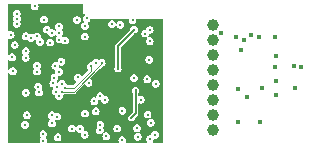
<source format=gbr>
%TF.GenerationSoftware,KiCad,Pcbnew,8.0.7*%
%TF.CreationDate,2025-01-03T20:06:19-08:00*%
%TF.ProjectId,Miniscope-v4-Wire-Free,4d696e69-7363-46f7-9065-2d76342d5769,rev?*%
%TF.SameCoordinates,Original*%
%TF.FileFunction,Copper,L3,Inr*%
%TF.FilePolarity,Positive*%
%FSLAX46Y46*%
G04 Gerber Fmt 4.6, Leading zero omitted, Abs format (unit mm)*
G04 Created by KiCad (PCBNEW 8.0.7) date 2025-01-03 20:06:19*
%MOMM*%
%LPD*%
G01*
G04 APERTURE LIST*
%TA.AperFunction,ComponentPad*%
%ADD10C,1.000000*%
%TD*%
%TA.AperFunction,ViaPad*%
%ADD11C,0.304800*%
%TD*%
%TA.AperFunction,ViaPad*%
%ADD12C,0.400000*%
%TD*%
%TA.AperFunction,ViaPad*%
%ADD13C,0.254000*%
%TD*%
%TA.AperFunction,Conductor*%
%ADD14C,0.152400*%
%TD*%
%TA.AperFunction,Conductor*%
%ADD15C,0.101600*%
%TD*%
G04 APERTURE END LIST*
D10*
%TO.N,+3V3*%
%TO.C,J21*%
X97000000Y-60055000D03*
%TD*%
%TO.N,/I2C_BB_SCL*%
%TO.C,J22*%
X97000000Y-61325000D03*
%TD*%
%TO.N,/IR_REC*%
%TO.C,J24*%
X97000000Y-63865000D03*
%TD*%
%TO.N,/I_LED*%
%TO.C,J25*%
X97000000Y-65135000D03*
%TD*%
%TO.N,+1V8*%
%TO.C,J26*%
X97000000Y-66405000D03*
%TD*%
%TO.N,/nON*%
%TO.C,J27*%
X97000000Y-67675000D03*
%TD*%
%TO.N,/I2C_BB_SDA*%
%TO.C,J23*%
X97000000Y-62595000D03*
%TD*%
%TO.N,GND*%
%TO.C,J12*%
X97000000Y-68945000D03*
%TD*%
D11*
%TO.N,Net-(U1-FB1)*%
X87808100Y-66367500D03*
%TO.N,Net-(U1-FB2)*%
X90857000Y-66367500D03*
%TO.N,Net-(D2-K)*%
X82191800Y-65254200D03*
%TO.N,Net-(U1-SW1)*%
X87945402Y-69462600D03*
%TO.N,Net-(U1-SW2)*%
X90614100Y-69513400D03*
%TO.N,Net-(U6B-VSW)*%
X91615200Y-61410790D03*
%TO.N,Net-(U1-PROG)*%
X87449600Y-68480000D03*
%TO.N,GND*%
X81051000Y-68497400D03*
X83349700Y-68357700D03*
X85474133Y-59612893D03*
X81114500Y-65779600D03*
X92060200Y-69335600D03*
D12*
X99140000Y-68270000D03*
X102200000Y-63590000D03*
D11*
X83957611Y-64010396D03*
D12*
X103820000Y-63550000D03*
X100980000Y-68300000D03*
D11*
X83210000Y-61537800D03*
D12*
X102210000Y-61070000D03*
X99819400Y-66125600D03*
D11*
X81571700Y-61131400D03*
X83556203Y-64504598D03*
X86446800Y-64941400D03*
X83932200Y-66033600D03*
D12*
X99370000Y-62120000D03*
X104410000Y-63580000D03*
D11*
X86131000Y-67544900D03*
X82625800Y-69275800D03*
X85032200Y-68810200D03*
X82090200Y-63476200D03*
X91615200Y-69707000D03*
X83946500Y-60170600D03*
X88417000Y-59963000D03*
X83819600Y-69551500D03*
X81889200Y-58464400D03*
X85722400Y-68835600D03*
X81127200Y-62274400D03*
X89318700Y-67316300D03*
X90282200Y-64535000D03*
X82079700Y-63988900D03*
%TO.N,/SD_DAT2*%
X79844500Y-60890100D03*
%TO.N,/SD_DAT3*%
X80187400Y-61741000D03*
%TO.N,/SD_DAT0*%
X82067000Y-61017100D03*
%TO.N,/SD_CMD*%
X79971500Y-62769700D03*
%TO.N,/SD_CLK*%
X81130607Y-61000993D03*
%TO.N,/SD_DAT1*%
X80352500Y-59937600D03*
%TO.N,/USB_VBUS*%
X86933200Y-66502800D03*
%TO.N,/SWCLK*%
X86154200Y-60123400D03*
%TO.N,/SWDIO*%
X86116600Y-61029800D03*
%TO.N,+1V8*%
X91676198Y-62223610D03*
D12*
X100860800Y-61045600D03*
D11*
X81508200Y-68522800D03*
X81114500Y-63447200D03*
X82706100Y-60017900D03*
X91676174Y-59683600D03*
X84465600Y-66006475D03*
X84160800Y-63595200D03*
X88021597Y-68785053D03*
X82143200Y-62210900D03*
X91145275Y-68904400D03*
D12*
X102350000Y-62640000D03*
D11*
X85664425Y-60683005D03*
X87920000Y-65805000D03*
D13*
X90374400Y-61697800D03*
D11*
%TO.N,/SPI1_MOSI*%
X83451300Y-64966800D03*
%TO.N,/SPI1_MISO*%
X83787717Y-65298375D03*
%TO.N,/SDMMC1_D0*%
X82884880Y-60430360D03*
%TO.N,/SDMMC1_D1*%
X83982160Y-61273640D03*
X82675813Y-59581213D03*
%TO.N,/SDMMC1_D3*%
X80365202Y-59074000D03*
X84454600Y-61359968D03*
%TO.N,/SDMMC1_CMD*%
X80377900Y-59505800D03*
%TO.N,/SDMMC1_CK*%
X82346400Y-61461600D03*
%TO.N,+3V3*%
X83946500Y-60720600D03*
X81216100Y-67684600D03*
D12*
X99133600Y-65490600D03*
D11*
X80035000Y-63950800D03*
X81114500Y-62833200D03*
X91424700Y-64644610D03*
X83792000Y-67802000D03*
X82259295Y-65741708D03*
X83311500Y-60720600D03*
D12*
X98930400Y-61020200D03*
D11*
X83652687Y-65681699D03*
D13*
X90434600Y-65576400D03*
X90079000Y-67913200D03*
D12*
%TO.N,/EWL_1*%
X102300000Y-65990000D03*
%TO.N,/EWL_2*%
X102299996Y-64770000D03*
D11*
%TO.N,/LED_PWM*%
X91245317Y-60771100D03*
%TO.N,VDC*%
X89307600Y-69800400D03*
X82625800Y-69830900D03*
X87043200Y-67349700D03*
%TO.N,/ENT*%
X90290855Y-60437692D03*
D13*
X88936000Y-63747600D03*
D11*
%TO.N,/VDD_PIX*%
X85546000Y-64489600D03*
X83627400Y-63519002D03*
%TO.N,/VDDA*%
X89129800Y-60025800D03*
%TO.N,/RESET_N*%
X84480000Y-65346075D03*
X86614267Y-63531700D03*
%TO.N,/TRIGGER0*%
X84165513Y-65676275D03*
X87550000Y-63250000D03*
%TO.N,/MONITOR0*%
X83330000Y-67690000D03*
%TO.N,/BAT+*%
X86125873Y-69346527D03*
D12*
%TO.N,/IR_REC*%
X101110000Y-65340000D03*
D11*
%TO.N,/XIN32*%
X91628400Y-60466300D03*
%TO.N,/XOUT32*%
X90167400Y-59640800D03*
%TO.N,/VDDCORE*%
X91589800Y-62993600D03*
%TO.N,/nRESET*%
X87437400Y-66084400D03*
%TO.N,/CLK1_OUT*%
X84150000Y-63150000D03*
X87058100Y-63224392D03*
%TO.N,/ADC0*%
X90536200Y-68776800D03*
%TO.N,/PCC_DATA7*%
X84175200Y-65002360D03*
D12*
%TO.N,/I2C_BB_SDA*%
X100238009Y-60867800D03*
%TO.N,/I2C_BB_SCL*%
X99565419Y-61285419D03*
%TO.N,/I_LED*%
X103900000Y-65410000D03*
D11*
X92123196Y-65025600D03*
%TO.N,/UART_RX*%
X91704600Y-68319600D03*
%TO.N,/UART_TX*%
X91441871Y-67629458D03*
%TO.N,/SD_DET*%
X86281200Y-59488402D03*
D12*
%TO.N,/nON*%
X97700000Y-60740000D03*
D11*
%TO.N,/nCHRG*%
X88872000Y-68810200D03*
X87398800Y-68962600D03*
%TD*%
D14*
%TO.N,+3V3*%
X90434600Y-65576400D02*
X90434600Y-67532200D01*
X90434600Y-67532200D02*
X90079000Y-67887800D01*
%TO.N,/ENT*%
X88936000Y-61792547D02*
X88936000Y-63747600D01*
X90290855Y-60437692D02*
X88936000Y-61792547D01*
D15*
%TO.N,/RESET_N*%
X86614267Y-63910333D02*
X85178525Y-65346075D01*
X85178525Y-65346075D02*
X84480000Y-65346075D01*
X86614267Y-63531700D02*
X86614267Y-63910333D01*
%TO.N,/TRIGGER0*%
X84165513Y-65676275D02*
X85176525Y-65676275D01*
X85176525Y-65676275D02*
X87550000Y-63302800D01*
X87550000Y-63302800D02*
X87550000Y-63250000D01*
D14*
%TO.N,/IR_REC*%
X97202810Y-63831800D02*
X97202810Y-63865000D01*
%TD*%
%TA.AperFunction,Conductor*%
%TO.N,+1V8*%
G36*
X81584700Y-58264586D02*
G01*
X81599286Y-58299800D01*
X81592614Y-58324700D01*
X81577467Y-58350934D01*
X81577464Y-58350941D01*
X81557460Y-58464396D01*
X81557460Y-58464403D01*
X81577464Y-58577858D01*
X81577467Y-58577865D01*
X81635070Y-58677635D01*
X81635072Y-58677638D01*
X81723330Y-58751695D01*
X81831594Y-58791100D01*
X81946806Y-58791100D01*
X82055070Y-58751695D01*
X82143328Y-58677638D01*
X82200934Y-58577862D01*
X82200935Y-58577858D01*
X82220940Y-58464403D01*
X82220940Y-58464396D01*
X82200935Y-58350941D01*
X82200932Y-58350934D01*
X82185786Y-58324700D01*
X82180811Y-58286911D01*
X82204014Y-58256672D01*
X82228914Y-58250000D01*
X85950200Y-58250000D01*
X85985414Y-58264586D01*
X86000000Y-58299800D01*
X86000000Y-59000000D01*
X86073996Y-59073996D01*
X86123818Y-59123818D01*
X86138404Y-59159032D01*
X86123818Y-59194246D01*
X86118613Y-59198240D01*
X86118668Y-59198306D01*
X86027070Y-59275166D01*
X85969467Y-59374936D01*
X85969464Y-59374943D01*
X85949460Y-59488398D01*
X85949460Y-59488405D01*
X85969464Y-59601860D01*
X85969467Y-59601867D01*
X86027070Y-59701637D01*
X86027072Y-59701640D01*
X86056522Y-59726351D01*
X86061043Y-59730145D01*
X86078643Y-59763954D01*
X86067181Y-59800305D01*
X86046065Y-59815091D01*
X85988330Y-59836104D01*
X85949713Y-59868508D01*
X85900074Y-59910161D01*
X85900070Y-59910164D01*
X85842467Y-60009934D01*
X85842464Y-60009941D01*
X85822460Y-60123396D01*
X85822460Y-60123403D01*
X85842464Y-60236858D01*
X85842467Y-60236865D01*
X85892906Y-60324226D01*
X85900072Y-60336638D01*
X85988330Y-60410695D01*
X86096594Y-60450100D01*
X86211806Y-60450100D01*
X86320070Y-60410695D01*
X86408328Y-60336638D01*
X86465934Y-60236862D01*
X86468044Y-60224895D01*
X86485940Y-60123403D01*
X86485940Y-60123396D01*
X86465935Y-60009941D01*
X86465932Y-60009934D01*
X86438832Y-59962996D01*
X88085260Y-59962996D01*
X88085260Y-59963003D01*
X88105264Y-60076458D01*
X88105267Y-60076465D01*
X88162870Y-60176235D01*
X88162872Y-60176238D01*
X88251130Y-60250295D01*
X88359394Y-60289700D01*
X88474606Y-60289700D01*
X88582870Y-60250295D01*
X88671128Y-60176238D01*
X88720271Y-60091119D01*
X88750510Y-60067917D01*
X88788299Y-60072892D01*
X88811502Y-60103131D01*
X88812442Y-60107372D01*
X88818064Y-60139258D01*
X88818067Y-60139265D01*
X88874417Y-60236865D01*
X88875672Y-60239038D01*
X88963930Y-60313095D01*
X89072194Y-60352500D01*
X89187406Y-60352500D01*
X89295670Y-60313095D01*
X89383928Y-60239038D01*
X89441534Y-60139262D01*
X89441535Y-60139258D01*
X89461540Y-60025803D01*
X89461540Y-60025796D01*
X89441535Y-59912341D01*
X89441532Y-59912334D01*
X89383929Y-59812564D01*
X89383928Y-59812562D01*
X89295670Y-59738505D01*
X89295669Y-59738504D01*
X89187406Y-59699100D01*
X89072194Y-59699100D01*
X88963930Y-59738504D01*
X88919606Y-59775697D01*
X88876943Y-59811496D01*
X88875670Y-59812564D01*
X88826528Y-59897679D01*
X88796289Y-59920882D01*
X88758500Y-59915907D01*
X88735297Y-59885668D01*
X88734358Y-59881439D01*
X88728734Y-59849538D01*
X88720978Y-59836105D01*
X88671129Y-59749764D01*
X88671128Y-59749762D01*
X88582870Y-59675705D01*
X88582869Y-59675704D01*
X88474606Y-59636300D01*
X88359394Y-59636300D01*
X88251130Y-59675704D01*
X88162870Y-59749764D01*
X88105267Y-59849534D01*
X88105264Y-59849541D01*
X88085260Y-59962996D01*
X86438832Y-59962996D01*
X86408329Y-59910163D01*
X86408327Y-59910161D01*
X86374356Y-59881655D01*
X86356756Y-59847847D01*
X86368219Y-59811496D01*
X86389332Y-59796711D01*
X86447070Y-59775697D01*
X86535328Y-59701640D01*
X86592934Y-59601864D01*
X86603639Y-59541151D01*
X86624118Y-59509006D01*
X86652682Y-59500000D01*
X89801137Y-59500000D01*
X89836351Y-59514586D01*
X89850937Y-59549800D01*
X89850180Y-59558447D01*
X89835660Y-59640796D01*
X89835660Y-59640803D01*
X89855664Y-59754258D01*
X89855667Y-59754265D01*
X89913270Y-59854035D01*
X89913272Y-59854038D01*
X90001530Y-59928095D01*
X90109794Y-59967500D01*
X90225006Y-59967500D01*
X90333270Y-59928095D01*
X90421528Y-59854038D01*
X90479134Y-59754262D01*
X90479927Y-59749764D01*
X90499140Y-59640803D01*
X90499140Y-59640796D01*
X90484620Y-59558447D01*
X90492869Y-59521236D01*
X90525016Y-59500757D01*
X90533663Y-59500000D01*
X92700200Y-59500000D01*
X92735414Y-59514586D01*
X92750000Y-59549800D01*
X92750000Y-69950200D01*
X92735414Y-69985414D01*
X92700200Y-70000000D01*
X91909196Y-70000000D01*
X91873982Y-69985414D01*
X91859396Y-69950200D01*
X91868621Y-69924860D01*
X91867150Y-69924011D01*
X91920906Y-69830903D01*
X91926934Y-69820462D01*
X91926935Y-69820458D01*
X91947615Y-69703174D01*
X91968094Y-69671027D01*
X91998237Y-69664344D01*
X91998237Y-69662300D01*
X92117806Y-69662300D01*
X92226070Y-69622895D01*
X92314328Y-69548838D01*
X92371934Y-69449062D01*
X92371935Y-69449058D01*
X92391940Y-69335603D01*
X92391940Y-69335596D01*
X92371935Y-69222141D01*
X92371932Y-69222134D01*
X92332190Y-69153300D01*
X92314328Y-69122362D01*
X92226070Y-69048305D01*
X92226069Y-69048304D01*
X92117806Y-69008900D01*
X92002594Y-69008900D01*
X91894330Y-69048304D01*
X91806070Y-69122364D01*
X91748467Y-69222134D01*
X91748465Y-69222140D01*
X91727784Y-69339426D01*
X91707305Y-69371572D01*
X91677163Y-69378256D01*
X91677163Y-69380300D01*
X91557594Y-69380300D01*
X91449330Y-69419704D01*
X91398206Y-69462603D01*
X91366705Y-69489036D01*
X91361070Y-69493764D01*
X91303467Y-69593534D01*
X91303464Y-69593541D01*
X91283460Y-69706996D01*
X91283460Y-69707003D01*
X91303464Y-69820458D01*
X91303467Y-69820465D01*
X91363250Y-69924011D01*
X91361504Y-69925019D01*
X91370815Y-69954531D01*
X91353222Y-69988343D01*
X91321204Y-70000000D01*
X89655859Y-70000000D01*
X89620645Y-69985414D01*
X89606059Y-69950200D01*
X89612731Y-69925300D01*
X89619332Y-69913865D01*
X89619334Y-69913862D01*
X89632340Y-69840100D01*
X89639340Y-69800403D01*
X89639340Y-69800396D01*
X89619335Y-69686941D01*
X89619332Y-69686934D01*
X89565407Y-69593534D01*
X89561728Y-69587162D01*
X89473470Y-69513105D01*
X89473469Y-69513104D01*
X89365206Y-69473700D01*
X89249994Y-69473700D01*
X89141730Y-69513104D01*
X89074957Y-69569133D01*
X89055619Y-69585361D01*
X89053470Y-69587164D01*
X88995867Y-69686934D01*
X88995864Y-69686941D01*
X88975860Y-69800396D01*
X88975860Y-69800403D01*
X88995864Y-69913858D01*
X88995867Y-69913865D01*
X89002469Y-69925300D01*
X89007444Y-69963089D01*
X88984241Y-69993328D01*
X88959341Y-70000000D01*
X82987073Y-70000000D01*
X82951859Y-69985414D01*
X82937273Y-69950200D01*
X82938030Y-69941553D01*
X82957540Y-69830903D01*
X82957540Y-69830896D01*
X82937535Y-69717441D01*
X82937532Y-69717434D01*
X82879929Y-69617663D01*
X82879928Y-69617662D01*
X82848747Y-69591498D01*
X82831148Y-69557691D01*
X82833101Y-69551496D01*
X83487860Y-69551496D01*
X83487860Y-69551503D01*
X83507864Y-69664958D01*
X83507867Y-69664965D01*
X83556902Y-69749895D01*
X83565472Y-69764738D01*
X83653730Y-69838795D01*
X83761994Y-69878200D01*
X83877206Y-69878200D01*
X83985470Y-69838795D01*
X84073728Y-69764738D01*
X84131334Y-69664962D01*
X84131443Y-69664344D01*
X84151340Y-69551503D01*
X84151340Y-69551496D01*
X84131335Y-69438041D01*
X84131332Y-69438034D01*
X84080003Y-69349131D01*
X84073728Y-69338262D01*
X83985470Y-69264205D01*
X83985469Y-69264204D01*
X83877206Y-69224800D01*
X83761994Y-69224800D01*
X83653730Y-69264204D01*
X83586957Y-69320233D01*
X83568645Y-69335600D01*
X83565470Y-69338264D01*
X83507867Y-69438034D01*
X83507864Y-69438041D01*
X83487860Y-69551496D01*
X82833101Y-69551496D01*
X82842608Y-69521340D01*
X82848742Y-69515205D01*
X82879928Y-69489038D01*
X82937534Y-69389262D01*
X82937535Y-69389258D01*
X82957540Y-69275803D01*
X82957540Y-69275796D01*
X82937535Y-69162341D01*
X82937532Y-69162334D01*
X82879929Y-69062564D01*
X82879928Y-69062562D01*
X82793497Y-68990038D01*
X82791669Y-68988504D01*
X82683406Y-68949100D01*
X82568194Y-68949100D01*
X82459930Y-68988504D01*
X82371670Y-69062564D01*
X82314067Y-69162334D01*
X82314064Y-69162341D01*
X82294060Y-69275796D01*
X82294060Y-69275803D01*
X82314064Y-69389258D01*
X82314067Y-69389265D01*
X82371670Y-69489035D01*
X82371672Y-69489038D01*
X82400709Y-69513403D01*
X82402852Y-69515201D01*
X82420452Y-69549010D01*
X82408990Y-69585361D01*
X82402852Y-69591499D01*
X82371670Y-69617664D01*
X82314067Y-69717434D01*
X82314064Y-69717441D01*
X82294060Y-69830896D01*
X82294060Y-69830903D01*
X82313570Y-69941553D01*
X82305321Y-69978764D01*
X82273174Y-69999243D01*
X82264527Y-70000000D01*
X79699800Y-70000000D01*
X79664586Y-69985414D01*
X79650000Y-69950200D01*
X79650000Y-68497396D01*
X80719260Y-68497396D01*
X80719260Y-68497403D01*
X80739264Y-68610858D01*
X80739267Y-68610865D01*
X80790722Y-68699986D01*
X80796872Y-68710638D01*
X80885130Y-68784695D01*
X80993394Y-68824100D01*
X81108606Y-68824100D01*
X81146807Y-68810196D01*
X84700460Y-68810196D01*
X84700460Y-68810203D01*
X84720464Y-68923658D01*
X84720467Y-68923665D01*
X84758788Y-68990038D01*
X84778072Y-69023438D01*
X84866330Y-69097495D01*
X84974594Y-69136900D01*
X85089806Y-69136900D01*
X85198070Y-69097495D01*
X85286328Y-69023438D01*
X85326839Y-68953270D01*
X85357078Y-68930068D01*
X85394867Y-68935043D01*
X85413095Y-68953271D01*
X85467964Y-69048305D01*
X85468272Y-69048838D01*
X85531254Y-69101686D01*
X85556530Y-69122895D01*
X85664794Y-69162300D01*
X85768773Y-69162300D01*
X85803987Y-69176886D01*
X85818573Y-69212100D01*
X85815571Y-69229130D01*
X85814137Y-69233068D01*
X85794133Y-69346523D01*
X85794133Y-69346530D01*
X85814137Y-69459985D01*
X85814140Y-69459992D01*
X85871743Y-69559762D01*
X85871745Y-69559765D01*
X85960003Y-69633822D01*
X86068267Y-69673227D01*
X86183479Y-69673227D01*
X86291743Y-69633822D01*
X86380001Y-69559765D01*
X86437607Y-69459989D01*
X86439534Y-69449062D01*
X86457613Y-69346530D01*
X86457613Y-69346523D01*
X86437608Y-69233068D01*
X86437605Y-69233061D01*
X86380002Y-69133291D01*
X86380001Y-69133289D01*
X86291743Y-69059232D01*
X86291742Y-69059231D01*
X86183479Y-69019827D01*
X86079500Y-69019827D01*
X86044286Y-69005241D01*
X86029700Y-68970027D01*
X86031010Y-68962596D01*
X87067060Y-68962596D01*
X87067060Y-68962603D01*
X87087064Y-69076058D01*
X87087067Y-69076065D01*
X87144364Y-69175305D01*
X87144672Y-69175838D01*
X87232930Y-69249895D01*
X87341194Y-69289300D01*
X87456406Y-69289300D01*
X87564670Y-69249895D01*
X87593292Y-69225877D01*
X87629639Y-69214416D01*
X87663449Y-69232015D01*
X87674912Y-69268365D01*
X87668429Y-69288926D01*
X87633670Y-69349131D01*
X87633666Y-69349141D01*
X87613662Y-69462596D01*
X87613662Y-69462603D01*
X87633666Y-69576058D01*
X87633669Y-69576065D01*
X87691272Y-69675835D01*
X87691274Y-69675838D01*
X87779532Y-69749895D01*
X87887796Y-69789300D01*
X88003008Y-69789300D01*
X88111272Y-69749895D01*
X88199530Y-69675838D01*
X88257136Y-69576062D01*
X88260010Y-69559762D01*
X88277142Y-69462603D01*
X88277142Y-69462596D01*
X88257137Y-69349141D01*
X88257134Y-69349134D01*
X88199531Y-69249364D01*
X88199530Y-69249362D01*
X88111272Y-69175305D01*
X88111271Y-69175304D01*
X88003008Y-69135900D01*
X87887796Y-69135900D01*
X87779532Y-69175304D01*
X87750911Y-69199321D01*
X87714560Y-69210783D01*
X87680751Y-69193183D01*
X87669289Y-69156832D01*
X87675772Y-69136272D01*
X87710532Y-69076065D01*
X87710534Y-69076062D01*
X87712914Y-69062564D01*
X87730540Y-68962603D01*
X87730540Y-68962596D01*
X87710535Y-68849141D01*
X87710534Y-68849139D01*
X87710534Y-68849138D01*
X87688051Y-68810196D01*
X88540260Y-68810196D01*
X88540260Y-68810203D01*
X88560264Y-68923658D01*
X88560267Y-68923665D01*
X88598588Y-68990038D01*
X88617872Y-69023438D01*
X88706130Y-69097495D01*
X88814394Y-69136900D01*
X88929606Y-69136900D01*
X89037870Y-69097495D01*
X89126128Y-69023438D01*
X89183734Y-68923662D01*
X89189623Y-68890265D01*
X89203740Y-68810203D01*
X89203740Y-68810196D01*
X89197851Y-68776796D01*
X90204460Y-68776796D01*
X90204460Y-68776803D01*
X90224464Y-68890258D01*
X90224467Y-68890265D01*
X90281186Y-68988504D01*
X90282072Y-68990038D01*
X90368503Y-69062562D01*
X90370330Y-69064095D01*
X90478594Y-69103500D01*
X90502654Y-69103500D01*
X90537868Y-69118086D01*
X90552454Y-69153300D01*
X90537868Y-69188514D01*
X90519686Y-69200097D01*
X90448230Y-69226104D01*
X90359970Y-69300164D01*
X90302367Y-69399934D01*
X90302364Y-69399941D01*
X90282360Y-69513396D01*
X90282360Y-69513403D01*
X90302364Y-69626858D01*
X90302367Y-69626865D01*
X90354658Y-69717434D01*
X90359972Y-69726638D01*
X90448230Y-69800695D01*
X90556494Y-69840100D01*
X90671706Y-69840100D01*
X90779970Y-69800695D01*
X90868228Y-69726638D01*
X90925834Y-69626862D01*
X90925835Y-69626858D01*
X90945840Y-69513403D01*
X90945840Y-69513396D01*
X90925835Y-69399941D01*
X90925832Y-69399934D01*
X90868229Y-69300164D01*
X90868228Y-69300162D01*
X90779970Y-69226105D01*
X90779969Y-69226104D01*
X90671706Y-69186700D01*
X90647646Y-69186700D01*
X90612432Y-69172114D01*
X90597846Y-69136900D01*
X90612432Y-69101686D01*
X90630614Y-69090103D01*
X90640640Y-69086453D01*
X90702070Y-69064095D01*
X90790328Y-68990038D01*
X90847934Y-68890262D01*
X90855185Y-68849141D01*
X90867940Y-68776803D01*
X90867940Y-68776796D01*
X90847935Y-68663341D01*
X90847932Y-68663334D01*
X90807589Y-68593458D01*
X90790328Y-68563562D01*
X90702070Y-68489505D01*
X90702069Y-68489504D01*
X90593806Y-68450100D01*
X90478594Y-68450100D01*
X90370330Y-68489504D01*
X90282070Y-68563564D01*
X90224467Y-68663334D01*
X90224464Y-68663341D01*
X90204460Y-68776796D01*
X89197851Y-68776796D01*
X89183735Y-68696741D01*
X89183732Y-68696734D01*
X89126129Y-68596964D01*
X89126128Y-68596962D01*
X89037870Y-68522905D01*
X89037869Y-68522904D01*
X88929606Y-68483500D01*
X88814394Y-68483500D01*
X88706130Y-68522904D01*
X88617870Y-68596964D01*
X88560267Y-68696734D01*
X88560264Y-68696741D01*
X88540260Y-68810196D01*
X87688051Y-68810196D01*
X87668570Y-68776455D01*
X87663596Y-68738668D01*
X87679688Y-68713408D01*
X87703728Y-68693238D01*
X87761334Y-68593462D01*
X87766606Y-68563562D01*
X87781340Y-68480003D01*
X87781340Y-68479996D01*
X87761335Y-68366541D01*
X87761332Y-68366534D01*
X87703729Y-68266764D01*
X87703728Y-68266762D01*
X87615470Y-68192705D01*
X87615469Y-68192704D01*
X87507206Y-68153300D01*
X87391994Y-68153300D01*
X87283730Y-68192704D01*
X87195470Y-68266764D01*
X87137867Y-68366534D01*
X87137864Y-68366541D01*
X87117860Y-68479996D01*
X87117860Y-68480003D01*
X87137864Y-68593458D01*
X87137867Y-68593465D01*
X87179827Y-68666141D01*
X87184802Y-68703930D01*
X87168711Y-68729189D01*
X87144672Y-68749361D01*
X87144671Y-68749363D01*
X87087067Y-68849134D01*
X87087064Y-68849141D01*
X87067060Y-68962596D01*
X86031010Y-68962596D01*
X86032702Y-68952997D01*
X86034135Y-68949058D01*
X86054140Y-68835603D01*
X86054140Y-68835596D01*
X86034135Y-68722141D01*
X86034132Y-68722134D01*
X85976529Y-68622364D01*
X85976528Y-68622362D01*
X85888270Y-68548305D01*
X85888269Y-68548304D01*
X85780006Y-68508900D01*
X85664794Y-68508900D01*
X85556530Y-68548304D01*
X85468271Y-68622363D01*
X85427760Y-68692529D01*
X85397521Y-68715731D01*
X85359731Y-68710756D01*
X85341504Y-68692528D01*
X85286329Y-68596964D01*
X85286328Y-68596962D01*
X85198070Y-68522905D01*
X85198069Y-68522904D01*
X85089806Y-68483500D01*
X84974594Y-68483500D01*
X84866330Y-68522904D01*
X84778070Y-68596964D01*
X84720467Y-68696734D01*
X84720464Y-68696741D01*
X84700460Y-68810196D01*
X81146807Y-68810196D01*
X81216870Y-68784695D01*
X81305128Y-68710638D01*
X81362734Y-68610862D01*
X81362735Y-68610858D01*
X81382740Y-68497403D01*
X81382740Y-68497396D01*
X81362735Y-68383941D01*
X81362732Y-68383934D01*
X81305129Y-68284164D01*
X81305128Y-68284162D01*
X81216870Y-68210105D01*
X81216869Y-68210104D01*
X81108606Y-68170700D01*
X80993394Y-68170700D01*
X80885130Y-68210104D01*
X80796870Y-68284164D01*
X80739267Y-68383934D01*
X80739264Y-68383941D01*
X80719260Y-68497396D01*
X79650000Y-68497396D01*
X79650000Y-67684596D01*
X80884360Y-67684596D01*
X80884360Y-67684603D01*
X80904364Y-67798058D01*
X80904367Y-67798065D01*
X80946823Y-67871600D01*
X80961972Y-67897838D01*
X81050230Y-67971895D01*
X81158494Y-68011300D01*
X81273706Y-68011300D01*
X81381970Y-67971895D01*
X81470228Y-67897838D01*
X81527834Y-67798062D01*
X81534874Y-67758135D01*
X81546889Y-67689996D01*
X82998260Y-67689996D01*
X82998260Y-67690003D01*
X83018264Y-67803458D01*
X83018267Y-67803465D01*
X83072754Y-67897838D01*
X83075872Y-67903238D01*
X83123378Y-67943100D01*
X83164131Y-67977296D01*
X83174768Y-67981167D01*
X83202870Y-68006916D01*
X83204534Y-68044995D01*
X83186369Y-68066652D01*
X83187168Y-68067604D01*
X83183830Y-68070405D01*
X83114357Y-68128700D01*
X83095570Y-68144464D01*
X83037967Y-68244234D01*
X83037964Y-68244241D01*
X83017960Y-68357696D01*
X83017960Y-68357703D01*
X83037964Y-68471158D01*
X83037967Y-68471165D01*
X83095570Y-68570935D01*
X83095572Y-68570938D01*
X83183830Y-68644995D01*
X83292094Y-68684400D01*
X83407306Y-68684400D01*
X83515570Y-68644995D01*
X83603828Y-68570938D01*
X83661434Y-68471162D01*
X83665148Y-68450100D01*
X83681440Y-68357703D01*
X83681440Y-68357696D01*
X83661435Y-68244241D01*
X83661432Y-68244234D01*
X83625983Y-68182835D01*
X83621008Y-68145046D01*
X83644211Y-68114807D01*
X83682000Y-68109832D01*
X83686136Y-68111135D01*
X83734394Y-68128700D01*
X83734395Y-68128700D01*
X83849606Y-68128700D01*
X83957870Y-68089295D01*
X84046128Y-68015238D01*
X84103734Y-67915462D01*
X84103735Y-67915458D01*
X84104134Y-67913197D01*
X89773052Y-67913197D01*
X89773052Y-67913202D01*
X89791502Y-68017837D01*
X89791504Y-68017843D01*
X89844614Y-68109832D01*
X89844630Y-68109860D01*
X89926026Y-68178159D01*
X90025873Y-68214500D01*
X90132127Y-68214500D01*
X90231974Y-68178159D01*
X90313370Y-68109860D01*
X90366497Y-68017840D01*
X90366957Y-68015235D01*
X90383795Y-67919738D01*
X90397622Y-67893173D01*
X90628821Y-67661975D01*
X90642292Y-67629454D01*
X91110131Y-67629454D01*
X91110131Y-67629461D01*
X91130135Y-67742916D01*
X91130138Y-67742923D01*
X91181680Y-67832195D01*
X91187743Y-67842696D01*
X91261936Y-67904951D01*
X91276001Y-67916753D01*
X91384265Y-67956158D01*
X91492654Y-67956158D01*
X91527868Y-67970744D01*
X91542454Y-68005958D01*
X91527868Y-68041172D01*
X91524665Y-68044107D01*
X91450470Y-68106364D01*
X91392867Y-68206134D01*
X91392864Y-68206141D01*
X91372860Y-68319596D01*
X91372860Y-68319603D01*
X91392864Y-68433058D01*
X91392867Y-68433065D01*
X91444737Y-68522905D01*
X91450472Y-68532838D01*
X91538730Y-68606895D01*
X91646994Y-68646300D01*
X91762206Y-68646300D01*
X91870470Y-68606895D01*
X91958728Y-68532838D01*
X92016334Y-68433062D01*
X92016335Y-68433058D01*
X92036340Y-68319603D01*
X92036340Y-68319596D01*
X92016335Y-68206141D01*
X92016332Y-68206134D01*
X91961485Y-68111138D01*
X91958728Y-68106362D01*
X91870470Y-68032305D01*
X91870469Y-68032304D01*
X91762206Y-67992900D01*
X91653817Y-67992900D01*
X91618603Y-67978314D01*
X91604017Y-67943100D01*
X91618603Y-67907886D01*
X91621806Y-67904951D01*
X91695999Y-67842696D01*
X91753605Y-67742920D01*
X91758256Y-67716542D01*
X91773611Y-67629461D01*
X91773611Y-67629454D01*
X91753606Y-67515999D01*
X91753603Y-67515992D01*
X91703819Y-67429765D01*
X91695999Y-67416220D01*
X91607741Y-67342163D01*
X91607740Y-67342162D01*
X91499477Y-67302758D01*
X91384265Y-67302758D01*
X91276001Y-67342162D01*
X91187741Y-67416222D01*
X91130138Y-67515992D01*
X91130135Y-67515999D01*
X91110131Y-67629454D01*
X90642292Y-67629454D01*
X90663700Y-67577770D01*
X90663700Y-67486630D01*
X90663700Y-66715932D01*
X90678286Y-66680718D01*
X90713500Y-66666132D01*
X90730529Y-66669135D01*
X90762353Y-66680718D01*
X90799393Y-66694200D01*
X90799394Y-66694200D01*
X90914606Y-66694200D01*
X91022870Y-66654795D01*
X91111128Y-66580738D01*
X91168734Y-66480962D01*
X91175060Y-66445087D01*
X91188740Y-66367503D01*
X91188740Y-66367496D01*
X91168735Y-66254041D01*
X91168732Y-66254034D01*
X91111129Y-66154264D01*
X91111128Y-66154262D01*
X91033612Y-66089219D01*
X91022869Y-66080204D01*
X90914606Y-66040800D01*
X90799394Y-66040800D01*
X90730532Y-66065863D01*
X90692453Y-66064200D01*
X90666703Y-66036098D01*
X90663700Y-66019066D01*
X90663700Y-65795532D01*
X90670372Y-65770632D01*
X90721715Y-65681702D01*
X90722097Y-65681040D01*
X90740548Y-65576400D01*
X90740548Y-65576397D01*
X90726593Y-65497260D01*
X90722097Y-65471760D01*
X90720192Y-65468461D01*
X90668971Y-65379742D01*
X90668970Y-65379740D01*
X90587574Y-65311441D01*
X90587573Y-65311440D01*
X90487727Y-65275100D01*
X90381473Y-65275100D01*
X90281626Y-65311440D01*
X90236179Y-65349575D01*
X90204385Y-65376254D01*
X90200228Y-65379742D01*
X90147104Y-65471756D01*
X90147102Y-65471762D01*
X90128652Y-65576397D01*
X90128652Y-65576402D01*
X90147102Y-65681037D01*
X90147104Y-65681043D01*
X90198828Y-65770632D01*
X90205500Y-65795532D01*
X90205500Y-67416675D01*
X90190914Y-67451889D01*
X90041588Y-67601214D01*
X90023407Y-67612797D01*
X89926026Y-67648240D01*
X89844628Y-67716542D01*
X89791504Y-67808556D01*
X89791502Y-67808562D01*
X89773052Y-67913197D01*
X84104134Y-67913197D01*
X84123740Y-67802003D01*
X84123740Y-67801996D01*
X84103735Y-67688541D01*
X84103732Y-67688534D01*
X84046129Y-67588764D01*
X84046128Y-67588762D01*
X83993850Y-67544896D01*
X85799260Y-67544896D01*
X85799260Y-67544903D01*
X85819264Y-67658358D01*
X85819267Y-67658365D01*
X85876870Y-67758135D01*
X85876872Y-67758138D01*
X85965130Y-67832195D01*
X86073394Y-67871600D01*
X86188606Y-67871600D01*
X86296870Y-67832195D01*
X86385128Y-67758138D01*
X86442734Y-67658362D01*
X86447830Y-67629461D01*
X86462740Y-67544903D01*
X86462740Y-67544896D01*
X86442735Y-67431441D01*
X86442732Y-67431434D01*
X86395540Y-67349696D01*
X86711460Y-67349696D01*
X86711460Y-67349703D01*
X86731464Y-67463158D01*
X86731467Y-67463165D01*
X86778659Y-67544903D01*
X86789072Y-67562938D01*
X86877330Y-67636995D01*
X86985594Y-67676400D01*
X87100806Y-67676400D01*
X87209070Y-67636995D01*
X87297328Y-67562938D01*
X87354934Y-67463162D01*
X87359494Y-67437303D01*
X87374940Y-67349703D01*
X87374940Y-67349696D01*
X87369051Y-67316296D01*
X88986960Y-67316296D01*
X88986960Y-67316303D01*
X89006964Y-67429758D01*
X89006967Y-67429765D01*
X89056008Y-67514705D01*
X89064572Y-67529538D01*
X89152830Y-67603595D01*
X89261094Y-67643000D01*
X89376306Y-67643000D01*
X89484570Y-67603595D01*
X89572828Y-67529538D01*
X89630434Y-67429762D01*
X89632742Y-67416675D01*
X89650440Y-67316303D01*
X89650440Y-67316296D01*
X89630435Y-67202841D01*
X89630432Y-67202834D01*
X89572829Y-67103064D01*
X89572828Y-67103062D01*
X89484570Y-67029005D01*
X89484569Y-67029004D01*
X89376306Y-66989600D01*
X89261094Y-66989600D01*
X89152830Y-67029004D01*
X89064570Y-67103064D01*
X89006967Y-67202834D01*
X89006964Y-67202841D01*
X88986960Y-67316296D01*
X87369051Y-67316296D01*
X87354935Y-67236241D01*
X87354932Y-67236234D01*
X87297329Y-67136464D01*
X87297328Y-67136462D01*
X87209070Y-67062405D01*
X87209069Y-67062404D01*
X87100806Y-67023000D01*
X86985594Y-67023000D01*
X86877330Y-67062404D01*
X86789070Y-67136464D01*
X86731467Y-67236234D01*
X86731464Y-67236241D01*
X86711460Y-67349696D01*
X86395540Y-67349696D01*
X86385129Y-67331664D01*
X86385128Y-67331662D01*
X86296870Y-67257605D01*
X86296869Y-67257604D01*
X86188606Y-67218200D01*
X86073394Y-67218200D01*
X85965130Y-67257604D01*
X85876870Y-67331664D01*
X85819267Y-67431434D01*
X85819264Y-67431441D01*
X85799260Y-67544896D01*
X83993850Y-67544896D01*
X83957870Y-67514705D01*
X83957869Y-67514704D01*
X83849606Y-67475300D01*
X83734394Y-67475300D01*
X83648790Y-67506457D01*
X83610711Y-67504794D01*
X83588630Y-67484560D01*
X83584128Y-67476762D01*
X83495870Y-67402705D01*
X83495869Y-67402704D01*
X83387606Y-67363300D01*
X83272394Y-67363300D01*
X83164130Y-67402704D01*
X83097357Y-67458733D01*
X83077615Y-67475300D01*
X83075870Y-67476764D01*
X83018267Y-67576534D01*
X83018264Y-67576541D01*
X82998260Y-67689996D01*
X81546889Y-67689996D01*
X81547840Y-67684603D01*
X81547840Y-67684596D01*
X81527835Y-67571141D01*
X81527832Y-67571134D01*
X81473346Y-67476762D01*
X81470228Y-67471362D01*
X81392712Y-67406319D01*
X81381969Y-67397304D01*
X81273706Y-67357900D01*
X81158494Y-67357900D01*
X81050230Y-67397304D01*
X81009548Y-67431441D01*
X80971745Y-67463162D01*
X80961970Y-67471364D01*
X80904367Y-67571134D01*
X80904364Y-67571141D01*
X80884360Y-67684596D01*
X79650000Y-67684596D01*
X79650000Y-66502796D01*
X86601460Y-66502796D01*
X86601460Y-66502803D01*
X86621464Y-66616258D01*
X86621467Y-66616265D01*
X86679011Y-66715932D01*
X86679072Y-66716038D01*
X86767330Y-66790095D01*
X86875594Y-66829500D01*
X86990806Y-66829500D01*
X87099070Y-66790095D01*
X87187328Y-66716038D01*
X87244934Y-66616262D01*
X87251198Y-66580738D01*
X87264940Y-66502803D01*
X87264940Y-66502797D01*
X87254764Y-66445087D01*
X87263013Y-66407875D01*
X87295159Y-66387396D01*
X87320838Y-66389641D01*
X87379794Y-66411100D01*
X87442261Y-66411100D01*
X87477475Y-66425686D01*
X87491303Y-66452250D01*
X87494988Y-66473149D01*
X87496366Y-66480964D01*
X87496367Y-66480965D01*
X87553970Y-66580735D01*
X87553972Y-66580738D01*
X87642230Y-66654795D01*
X87750494Y-66694200D01*
X87865706Y-66694200D01*
X87973970Y-66654795D01*
X88062228Y-66580738D01*
X88119834Y-66480962D01*
X88126160Y-66445087D01*
X88139840Y-66367503D01*
X88139840Y-66367496D01*
X88119835Y-66254041D01*
X88119832Y-66254034D01*
X88062229Y-66154264D01*
X88062228Y-66154262D01*
X87984712Y-66089219D01*
X87973969Y-66080204D01*
X87865706Y-66040800D01*
X87803239Y-66040800D01*
X87768025Y-66026214D01*
X87754196Y-65999649D01*
X87749134Y-65970938D01*
X87749133Y-65970936D01*
X87749133Y-65970935D01*
X87749132Y-65970934D01*
X87691529Y-65871164D01*
X87691528Y-65871162D01*
X87603270Y-65797105D01*
X87603269Y-65797104D01*
X87495006Y-65757700D01*
X87379794Y-65757700D01*
X87271530Y-65797104D01*
X87183270Y-65871164D01*
X87125667Y-65970934D01*
X87125664Y-65970941D01*
X87105660Y-66084396D01*
X87105660Y-66084397D01*
X87105660Y-66084398D01*
X87105660Y-66084400D01*
X87113593Y-66129393D01*
X87115836Y-66142113D01*
X87107585Y-66179325D01*
X87075439Y-66199804D01*
X87049760Y-66197557D01*
X86990806Y-66176100D01*
X86875594Y-66176100D01*
X86767330Y-66215504D01*
X86679070Y-66289564D01*
X86621467Y-66389334D01*
X86621464Y-66389341D01*
X86601460Y-66502796D01*
X79650000Y-66502796D01*
X79650000Y-65779596D01*
X80782760Y-65779596D01*
X80782760Y-65779603D01*
X80802764Y-65893058D01*
X80802767Y-65893065D01*
X80850978Y-65976567D01*
X80860372Y-65992838D01*
X80948630Y-66066895D01*
X81056894Y-66106300D01*
X81172106Y-66106300D01*
X81280370Y-66066895D01*
X81368628Y-65992838D01*
X81426234Y-65893062D01*
X81430095Y-65871164D01*
X81446240Y-65779603D01*
X81446240Y-65779596D01*
X81426235Y-65666141D01*
X81426232Y-65666134D01*
X81369712Y-65568240D01*
X81368628Y-65566362D01*
X81280370Y-65492305D01*
X81280369Y-65492304D01*
X81172106Y-65452900D01*
X81056894Y-65452900D01*
X80948630Y-65492304D01*
X80860370Y-65566364D01*
X80802767Y-65666134D01*
X80802764Y-65666141D01*
X80782760Y-65779596D01*
X79650000Y-65779596D01*
X79650000Y-65254196D01*
X81860060Y-65254196D01*
X81860060Y-65254203D01*
X81880064Y-65367658D01*
X81880067Y-65367665D01*
X81937670Y-65467436D01*
X81937672Y-65467438D01*
X81967306Y-65492304D01*
X81974866Y-65498647D01*
X81992465Y-65532455D01*
X81985983Y-65561696D01*
X81947562Y-65628242D01*
X81947559Y-65628249D01*
X81927555Y-65741704D01*
X81927555Y-65741711D01*
X81947559Y-65855166D01*
X81947562Y-65855173D01*
X82005165Y-65954943D01*
X82005167Y-65954946D01*
X82093425Y-66029003D01*
X82201689Y-66068408D01*
X82316901Y-66068408D01*
X82425165Y-66029003D01*
X82513423Y-65954946D01*
X82571029Y-65855170D01*
X82571030Y-65855166D01*
X82591035Y-65741711D01*
X82591035Y-65741704D01*
X82571030Y-65628249D01*
X82571027Y-65628242D01*
X82513424Y-65528471D01*
X82513422Y-65528469D01*
X82476228Y-65497260D01*
X82458629Y-65463452D01*
X82465110Y-65434213D01*
X82503534Y-65367662D01*
X82506723Y-65349575D01*
X82523540Y-65254203D01*
X82523540Y-65254196D01*
X82503535Y-65140741D01*
X82503532Y-65140734D01*
X82445929Y-65040964D01*
X82445928Y-65040962D01*
X82357670Y-64966905D01*
X82357669Y-64966904D01*
X82357372Y-64966796D01*
X83119560Y-64966796D01*
X83119560Y-64966803D01*
X83139564Y-65080258D01*
X83139567Y-65080265D01*
X83175427Y-65142375D01*
X83197172Y-65180038D01*
X83285430Y-65254095D01*
X83393694Y-65293500D01*
X83413330Y-65293500D01*
X83448544Y-65308086D01*
X83462373Y-65334651D01*
X83469709Y-65376254D01*
X83461459Y-65413465D01*
X83452676Y-65423050D01*
X83398558Y-65468461D01*
X83398558Y-65468462D01*
X83340954Y-65568233D01*
X83340951Y-65568240D01*
X83320947Y-65681695D01*
X83320947Y-65681702D01*
X83340951Y-65795157D01*
X83340954Y-65795164D01*
X83395427Y-65889513D01*
X83398559Y-65894937D01*
X83486817Y-65968994D01*
X83569061Y-65998928D01*
X83597163Y-66024678D01*
X83601072Y-66037077D01*
X83620465Y-66147059D01*
X83620467Y-66147065D01*
X83678070Y-66246835D01*
X83678072Y-66246838D01*
X83766330Y-66320895D01*
X83874594Y-66360300D01*
X83989806Y-66360300D01*
X84098070Y-66320895D01*
X84186328Y-66246838D01*
X84243934Y-66147062D01*
X84244807Y-66142113D01*
X84263940Y-66033603D01*
X84263939Y-66033601D01*
X84263940Y-66033600D01*
X84263660Y-66032014D01*
X84263940Y-66030752D01*
X84263940Y-66029242D01*
X84264275Y-66029242D01*
X84271907Y-65994804D01*
X84295670Y-65976567D01*
X84318935Y-65968100D01*
X84331381Y-65963571D01*
X84331381Y-65963570D01*
X84331383Y-65963570D01*
X84413177Y-65894937D01*
X84417123Y-65891626D01*
X84449134Y-65879975D01*
X85217042Y-65879975D01*
X85217044Y-65879975D01*
X85291912Y-65848964D01*
X85349214Y-65791662D01*
X85349214Y-65791660D01*
X86071220Y-65069653D01*
X86106433Y-65055068D01*
X86141647Y-65069654D01*
X86149561Y-65079968D01*
X86184648Y-65140741D01*
X86192672Y-65154638D01*
X86280930Y-65228695D01*
X86389194Y-65268100D01*
X86504406Y-65268100D01*
X86612670Y-65228695D01*
X86700928Y-65154638D01*
X86758534Y-65054862D01*
X86763694Y-65025600D01*
X86763695Y-65025596D01*
X91791456Y-65025596D01*
X91791456Y-65025603D01*
X91811460Y-65139058D01*
X91811463Y-65139065D01*
X91863212Y-65228695D01*
X91869068Y-65238838D01*
X91957326Y-65312895D01*
X92065590Y-65352300D01*
X92180802Y-65352300D01*
X92289066Y-65312895D01*
X92377324Y-65238838D01*
X92434930Y-65139062D01*
X92436918Y-65127789D01*
X92454936Y-65025603D01*
X92454936Y-65025596D01*
X92434931Y-64912141D01*
X92434928Y-64912134D01*
X92386317Y-64827938D01*
X92377324Y-64812362D01*
X92289066Y-64738305D01*
X92289065Y-64738304D01*
X92180802Y-64698900D01*
X92065590Y-64698900D01*
X91957326Y-64738304D01*
X91929168Y-64761932D01*
X91869450Y-64812042D01*
X91869066Y-64812364D01*
X91811463Y-64912134D01*
X91811460Y-64912141D01*
X91791456Y-65025596D01*
X86763695Y-65025596D01*
X86778540Y-64941403D01*
X86778540Y-64941396D01*
X86758535Y-64827941D01*
X86758532Y-64827934D01*
X86706784Y-64738305D01*
X86700928Y-64728162D01*
X86612670Y-64654105D01*
X86593819Y-64647243D01*
X86565719Y-64621491D01*
X86564058Y-64583412D01*
X86575638Y-64565235D01*
X86605877Y-64534996D01*
X89950460Y-64534996D01*
X89950460Y-64535003D01*
X89970464Y-64648458D01*
X89970467Y-64648465D01*
X90022337Y-64738305D01*
X90028072Y-64748238D01*
X90116330Y-64822295D01*
X90224594Y-64861700D01*
X90339806Y-64861700D01*
X90448070Y-64822295D01*
X90536328Y-64748238D01*
X90593934Y-64648462D01*
X90594613Y-64644613D01*
X90594614Y-64644606D01*
X91092960Y-64644606D01*
X91092960Y-64644613D01*
X91112964Y-64758068D01*
X91112967Y-64758075D01*
X91167970Y-64853341D01*
X91170572Y-64857848D01*
X91258830Y-64931905D01*
X91367094Y-64971310D01*
X91482306Y-64971310D01*
X91590570Y-64931905D01*
X91678828Y-64857848D01*
X91736434Y-64758072D01*
X91737229Y-64753563D01*
X91756440Y-64644613D01*
X91756440Y-64644606D01*
X91736435Y-64531151D01*
X91736432Y-64531144D01*
X91678829Y-64431374D01*
X91678828Y-64431372D01*
X91590570Y-64357315D01*
X91590569Y-64357314D01*
X91482306Y-64317910D01*
X91367094Y-64317910D01*
X91258830Y-64357314D01*
X91170570Y-64431374D01*
X91112967Y-64531144D01*
X91112964Y-64531151D01*
X91092960Y-64644606D01*
X90594614Y-64644606D01*
X90613940Y-64535003D01*
X90613940Y-64534996D01*
X90593935Y-64421541D01*
X90593932Y-64421534D01*
X90536329Y-64321764D01*
X90536328Y-64321762D01*
X90448070Y-64247705D01*
X90448069Y-64247704D01*
X90339806Y-64208300D01*
X90224594Y-64208300D01*
X90116330Y-64247704D01*
X90028070Y-64321764D01*
X89970467Y-64421534D01*
X89970464Y-64421541D01*
X89950460Y-64534996D01*
X86605877Y-64534996D01*
X87393278Y-63747597D01*
X88630052Y-63747597D01*
X88630052Y-63747602D01*
X88648502Y-63852237D01*
X88648504Y-63852243D01*
X88674308Y-63896937D01*
X88701630Y-63944260D01*
X88783026Y-64012559D01*
X88882873Y-64048900D01*
X88989127Y-64048900D01*
X89088974Y-64012559D01*
X89170370Y-63944260D01*
X89223497Y-63852240D01*
X89234956Y-63787251D01*
X89241948Y-63747602D01*
X89241948Y-63747597D01*
X89228108Y-63669110D01*
X89223497Y-63642960D01*
X89220255Y-63637345D01*
X89171772Y-63553368D01*
X89165100Y-63528468D01*
X89165100Y-62993596D01*
X91258060Y-62993596D01*
X91258060Y-62993603D01*
X91278064Y-63107058D01*
X91278067Y-63107065D01*
X91334611Y-63205000D01*
X91335672Y-63206838D01*
X91423930Y-63280895D01*
X91532194Y-63320300D01*
X91647406Y-63320300D01*
X91755670Y-63280895D01*
X91843928Y-63206838D01*
X91901534Y-63107062D01*
X91910362Y-63056995D01*
X91921540Y-62993603D01*
X91921540Y-62993596D01*
X91901535Y-62880141D01*
X91901532Y-62880134D01*
X91843929Y-62780364D01*
X91843928Y-62780362D01*
X91755670Y-62706305D01*
X91755669Y-62706304D01*
X91647406Y-62666900D01*
X91532194Y-62666900D01*
X91423930Y-62706304D01*
X91335670Y-62780364D01*
X91278067Y-62880134D01*
X91278064Y-62880141D01*
X91258060Y-62993596D01*
X89165100Y-62993596D01*
X89165100Y-61908072D01*
X89179686Y-61872858D01*
X90273566Y-60778978D01*
X90292595Y-60771096D01*
X90913577Y-60771096D01*
X90913577Y-60771103D01*
X90933581Y-60884558D01*
X90933584Y-60884565D01*
X90985180Y-60973931D01*
X90991189Y-60984338D01*
X91079447Y-61058395D01*
X91187711Y-61097800D01*
X91302922Y-61097800D01*
X91302923Y-61097800D01*
X91350168Y-61080604D01*
X91388245Y-61082267D01*
X91413996Y-61110368D01*
X91412333Y-61148447D01*
X91399211Y-61165549D01*
X91361070Y-61197553D01*
X91303467Y-61297324D01*
X91303464Y-61297331D01*
X91283460Y-61410786D01*
X91283460Y-61410793D01*
X91303464Y-61524248D01*
X91303467Y-61524255D01*
X91361070Y-61624025D01*
X91361072Y-61624028D01*
X91449330Y-61698085D01*
X91557594Y-61737490D01*
X91672806Y-61737490D01*
X91781070Y-61698085D01*
X91869328Y-61624028D01*
X91926934Y-61524252D01*
X91933524Y-61486878D01*
X91946940Y-61410793D01*
X91946940Y-61410786D01*
X91926935Y-61297331D01*
X91926932Y-61297324D01*
X91869329Y-61197554D01*
X91869328Y-61197552D01*
X91781070Y-61123495D01*
X91781069Y-61123494D01*
X91672806Y-61084090D01*
X91557594Y-61084090D01*
X91510349Y-61101285D01*
X91472270Y-61099622D01*
X91446520Y-61071520D01*
X91448183Y-61033441D01*
X91461303Y-61016342D01*
X91499445Y-60984338D01*
X91557051Y-60884562D01*
X91557759Y-60880547D01*
X91565940Y-60834153D01*
X91586419Y-60802006D01*
X91614983Y-60793000D01*
X91686006Y-60793000D01*
X91794270Y-60753595D01*
X91882528Y-60679538D01*
X91940134Y-60579762D01*
X91940135Y-60579758D01*
X91960140Y-60466303D01*
X91960140Y-60466296D01*
X91940135Y-60352841D01*
X91940132Y-60352834D01*
X91882529Y-60253064D01*
X91882528Y-60253062D01*
X91794270Y-60179005D01*
X91794269Y-60179004D01*
X91686006Y-60139600D01*
X91570794Y-60139600D01*
X91462530Y-60179004D01*
X91417101Y-60217124D01*
X91393579Y-60236862D01*
X91374270Y-60253064D01*
X91316665Y-60352839D01*
X91316664Y-60352841D01*
X91307777Y-60403247D01*
X91287298Y-60435394D01*
X91258734Y-60444400D01*
X91187711Y-60444400D01*
X91079447Y-60483804D01*
X91012674Y-60539833D01*
X90999184Y-60551154D01*
X90991187Y-60557864D01*
X90933584Y-60657634D01*
X90933581Y-60657641D01*
X90913577Y-60771096D01*
X90292595Y-60771096D01*
X90308780Y-60764392D01*
X90348461Y-60764392D01*
X90456725Y-60724987D01*
X90544983Y-60650930D01*
X90602589Y-60551154D01*
X90602590Y-60551150D01*
X90622595Y-60437695D01*
X90622595Y-60437688D01*
X90602590Y-60324233D01*
X90602587Y-60324226D01*
X90553401Y-60239035D01*
X90544983Y-60224454D01*
X90456725Y-60150397D01*
X90456724Y-60150396D01*
X90348461Y-60110992D01*
X90233249Y-60110992D01*
X90124985Y-60150396D01*
X90036725Y-60224456D01*
X89979122Y-60324226D01*
X89979120Y-60324232D01*
X89960183Y-60431628D01*
X89946354Y-60458194D01*
X88741777Y-61662773D01*
X88719694Y-61716090D01*
X88719693Y-61716091D01*
X88706900Y-61746975D01*
X88706900Y-63528468D01*
X88700228Y-63553368D01*
X88648504Y-63642956D01*
X88648502Y-63642962D01*
X88630052Y-63747597D01*
X87393278Y-63747597D01*
X87549589Y-63591286D01*
X87584803Y-63576700D01*
X87607606Y-63576700D01*
X87715870Y-63537295D01*
X87804128Y-63463238D01*
X87861734Y-63363462D01*
X87861735Y-63363458D01*
X87881740Y-63250003D01*
X87881740Y-63249996D01*
X87861735Y-63136541D01*
X87861732Y-63136534D01*
X87804129Y-63036764D01*
X87804128Y-63036762D01*
X87715870Y-62962705D01*
X87715869Y-62962704D01*
X87607606Y-62923300D01*
X87492394Y-62923300D01*
X87384128Y-62962704D01*
X87351319Y-62990235D01*
X87314968Y-63001696D01*
X87287298Y-62990235D01*
X87223969Y-62937096D01*
X87115706Y-62897692D01*
X87000494Y-62897692D01*
X86892230Y-62937096D01*
X86803970Y-63011156D01*
X86746367Y-63110926D01*
X86746365Y-63110932D01*
X86736592Y-63166357D01*
X86716113Y-63198503D01*
X86678901Y-63206752D01*
X86673288Y-63205248D01*
X86671876Y-63205000D01*
X86671873Y-63205000D01*
X86556661Y-63205000D01*
X86448397Y-63244404D01*
X86360137Y-63318464D01*
X86302534Y-63418234D01*
X86302531Y-63418241D01*
X86282527Y-63531696D01*
X86282527Y-63531703D01*
X86302531Y-63645158D01*
X86302534Y-63645165D01*
X86333504Y-63698805D01*
X86360139Y-63744938D01*
X86389980Y-63769977D01*
X86407580Y-63803784D01*
X86396120Y-63840136D01*
X86393184Y-63843340D01*
X85904596Y-64331927D01*
X85869382Y-64346513D01*
X85834168Y-64331927D01*
X85826254Y-64321613D01*
X85800129Y-64276364D01*
X85800128Y-64276362D01*
X85711870Y-64202305D01*
X85711869Y-64202304D01*
X85603606Y-64162900D01*
X85488394Y-64162900D01*
X85380130Y-64202304D01*
X85291870Y-64276364D01*
X85234267Y-64376134D01*
X85234264Y-64376141D01*
X85214260Y-64489596D01*
X85214260Y-64489603D01*
X85234264Y-64603058D01*
X85234267Y-64603065D01*
X85280190Y-64682605D01*
X85291872Y-64702838D01*
X85345978Y-64748238D01*
X85381724Y-64778233D01*
X85399324Y-64812042D01*
X85387862Y-64848393D01*
X85384927Y-64851596D01*
X85108736Y-65127789D01*
X85073522Y-65142375D01*
X84763621Y-65142375D01*
X84731610Y-65130724D01*
X84645869Y-65058779D01*
X84554698Y-65025596D01*
X84537606Y-65019375D01*
X84537605Y-65019375D01*
X84535061Y-65018449D01*
X84506959Y-64992699D01*
X84503051Y-64980307D01*
X84486934Y-64888898D01*
X84469005Y-64857845D01*
X84429329Y-64789124D01*
X84429328Y-64789122D01*
X84341070Y-64715065D01*
X84341069Y-64715064D01*
X84232806Y-64675660D01*
X84117594Y-64675660D01*
X84009330Y-64715064D01*
X83953476Y-64761932D01*
X83921466Y-64788792D01*
X83921070Y-64789124D01*
X83886852Y-64848393D01*
X83863469Y-64888894D01*
X83861288Y-64892671D01*
X83860321Y-64892112D01*
X83837833Y-64916637D01*
X83799753Y-64918285D01*
X83771661Y-64892525D01*
X83767761Y-64880148D01*
X83763034Y-64853338D01*
X83746660Y-64824978D01*
X83741686Y-64787193D01*
X83757779Y-64761932D01*
X83774102Y-64748235D01*
X83810331Y-64717836D01*
X83867937Y-64618060D01*
X83870581Y-64603065D01*
X83887943Y-64504601D01*
X83887943Y-64504594D01*
X83868715Y-64395543D01*
X83876964Y-64358332D01*
X83909111Y-64337853D01*
X83917758Y-64337096D01*
X84015217Y-64337096D01*
X84123481Y-64297691D01*
X84211739Y-64223634D01*
X84269345Y-64123858D01*
X84273135Y-64102365D01*
X84289351Y-64010399D01*
X84289351Y-64010392D01*
X84269346Y-63896937D01*
X84269343Y-63896930D01*
X84217015Y-63806297D01*
X84211739Y-63797158D01*
X84129491Y-63728144D01*
X84123480Y-63723100D01*
X84015217Y-63683696D01*
X83989450Y-63683696D01*
X83954236Y-63669110D01*
X83939650Y-63633896D01*
X83940407Y-63625249D01*
X83959140Y-63519005D01*
X83959140Y-63519002D01*
X83959139Y-63518998D01*
X83957009Y-63506918D01*
X83965257Y-63469707D01*
X83997402Y-63449227D01*
X84023083Y-63451472D01*
X84092394Y-63476700D01*
X84092395Y-63476700D01*
X84207606Y-63476700D01*
X84315870Y-63437295D01*
X84404128Y-63363238D01*
X84461734Y-63263462D01*
X84464108Y-63250000D01*
X84481740Y-63150003D01*
X84481740Y-63149996D01*
X84461735Y-63036541D01*
X84461732Y-63036534D01*
X84419106Y-62962704D01*
X84404128Y-62936762D01*
X84315870Y-62862705D01*
X84315869Y-62862704D01*
X84207606Y-62823300D01*
X84092394Y-62823300D01*
X83984130Y-62862704D01*
X83942434Y-62897692D01*
X83911916Y-62923300D01*
X83895870Y-62936764D01*
X83838267Y-63036534D01*
X83838264Y-63036541D01*
X83818260Y-63149996D01*
X83818260Y-63149997D01*
X83818260Y-63149998D01*
X83818260Y-63150000D01*
X83818261Y-63150003D01*
X83820391Y-63162084D01*
X83812140Y-63199296D01*
X83779994Y-63219775D01*
X83754315Y-63217528D01*
X83685006Y-63192302D01*
X83569794Y-63192302D01*
X83461530Y-63231706D01*
X83373270Y-63305766D01*
X83315667Y-63405536D01*
X83315664Y-63405543D01*
X83295660Y-63518998D01*
X83295660Y-63519005D01*
X83315664Y-63632460D01*
X83315667Y-63632467D01*
X83368400Y-63723802D01*
X83373272Y-63732240D01*
X83461530Y-63806297D01*
X83569794Y-63845702D01*
X83595561Y-63845702D01*
X83630775Y-63860288D01*
X83645361Y-63895502D01*
X83644604Y-63904149D01*
X83625871Y-64010392D01*
X83625871Y-64010399D01*
X83645099Y-64119451D01*
X83636850Y-64156662D01*
X83604703Y-64177141D01*
X83596056Y-64177898D01*
X83498597Y-64177898D01*
X83390333Y-64217302D01*
X83302073Y-64291362D01*
X83244470Y-64391132D01*
X83244467Y-64391139D01*
X83224463Y-64504594D01*
X83224463Y-64504601D01*
X83244467Y-64618056D01*
X83244470Y-64618063D01*
X83260840Y-64646416D01*
X83265815Y-64684205D01*
X83249723Y-64709464D01*
X83197174Y-64753558D01*
X83197171Y-64753563D01*
X83139567Y-64853334D01*
X83139564Y-64853341D01*
X83119560Y-64966796D01*
X82357372Y-64966796D01*
X82249406Y-64927500D01*
X82134194Y-64927500D01*
X82025930Y-64966904D01*
X81937670Y-65040964D01*
X81880067Y-65140734D01*
X81880064Y-65140741D01*
X81860060Y-65254196D01*
X79650000Y-65254196D01*
X79650000Y-64123218D01*
X79664586Y-64088004D01*
X79699800Y-64073418D01*
X79735014Y-64088004D01*
X79742928Y-64098318D01*
X79776613Y-64156662D01*
X79780872Y-64164038D01*
X79869130Y-64238095D01*
X79977394Y-64277500D01*
X80092606Y-64277500D01*
X80200870Y-64238095D01*
X80289128Y-64164038D01*
X80346734Y-64064262D01*
X80349443Y-64048900D01*
X80360023Y-63988896D01*
X81747960Y-63988896D01*
X81747960Y-63988903D01*
X81767964Y-64102358D01*
X81767967Y-64102365D01*
X81811140Y-64177141D01*
X81825572Y-64202138D01*
X81913830Y-64276195D01*
X82022094Y-64315600D01*
X82137306Y-64315600D01*
X82245570Y-64276195D01*
X82333828Y-64202138D01*
X82391434Y-64102362D01*
X82396538Y-64073418D01*
X82411440Y-63988903D01*
X82411440Y-63988896D01*
X82391435Y-63875441D01*
X82391432Y-63875434D01*
X82371052Y-63840136D01*
X82333828Y-63775662D01*
X82333825Y-63775659D01*
X82333164Y-63775104D01*
X82332843Y-63774488D01*
X82331025Y-63772321D01*
X82331505Y-63771917D01*
X82315564Y-63741296D01*
X82327025Y-63704945D01*
X82333161Y-63698807D01*
X82344328Y-63689438D01*
X82401934Y-63589662D01*
X82404220Y-63576700D01*
X82421940Y-63476203D01*
X82421940Y-63476196D01*
X82401935Y-63362741D01*
X82401932Y-63362734D01*
X82344329Y-63262964D01*
X82344328Y-63262962D01*
X82266812Y-63197919D01*
X82256069Y-63188904D01*
X82147806Y-63149500D01*
X82032594Y-63149500D01*
X81924330Y-63188904D01*
X81836070Y-63262964D01*
X81778467Y-63362734D01*
X81778464Y-63362741D01*
X81758460Y-63476196D01*
X81758460Y-63476203D01*
X81778464Y-63589658D01*
X81778467Y-63589665D01*
X81836073Y-63689440D01*
X81836734Y-63689994D01*
X81837053Y-63690608D01*
X81838875Y-63692779D01*
X81838394Y-63693182D01*
X81854335Y-63723802D01*
X81842875Y-63760153D01*
X81836738Y-63766291D01*
X81825573Y-63775660D01*
X81825571Y-63775663D01*
X81767967Y-63875434D01*
X81767964Y-63875441D01*
X81747960Y-63988896D01*
X80360023Y-63988896D01*
X80366740Y-63950803D01*
X80366740Y-63950796D01*
X80346735Y-63837341D01*
X80346732Y-63837334D01*
X80294922Y-63747597D01*
X80289128Y-63737562D01*
X80200870Y-63663505D01*
X80200869Y-63663504D01*
X80092606Y-63624100D01*
X79977394Y-63624100D01*
X79869130Y-63663504D01*
X79802357Y-63719533D01*
X79781596Y-63736955D01*
X79780870Y-63737564D01*
X79742928Y-63803281D01*
X79712689Y-63826484D01*
X79674900Y-63821509D01*
X79651697Y-63791270D01*
X79650000Y-63778381D01*
X79650000Y-63033201D01*
X79664586Y-62997987D01*
X79699800Y-62983401D01*
X79731807Y-62995050D01*
X79805630Y-63056995D01*
X79913894Y-63096400D01*
X80029106Y-63096400D01*
X80137370Y-63056995D01*
X80225628Y-62982938D01*
X80283234Y-62883162D01*
X80283767Y-62880141D01*
X80292045Y-62833196D01*
X80782760Y-62833196D01*
X80782760Y-62833203D01*
X80802764Y-62946658D01*
X80802767Y-62946665D01*
X80860370Y-63046435D01*
X80860372Y-63046438D01*
X80948630Y-63120495D01*
X81056894Y-63159900D01*
X81172106Y-63159900D01*
X81280370Y-63120495D01*
X81368628Y-63046438D01*
X81426234Y-62946662D01*
X81427921Y-62937096D01*
X81446240Y-62833203D01*
X81446240Y-62833196D01*
X81426235Y-62719741D01*
X81426232Y-62719734D01*
X81368629Y-62619963D01*
X81368627Y-62619961D01*
X81341592Y-62597276D01*
X81323993Y-62563467D01*
X81335454Y-62527116D01*
X81341580Y-62520989D01*
X81381328Y-62487638D01*
X81438934Y-62387862D01*
X81438935Y-62387858D01*
X81458940Y-62274403D01*
X81458940Y-62274396D01*
X81438935Y-62160941D01*
X81438932Y-62160934D01*
X81381329Y-62061164D01*
X81381328Y-62061162D01*
X81293070Y-61987105D01*
X81293069Y-61987104D01*
X81184806Y-61947700D01*
X81069594Y-61947700D01*
X80961330Y-61987104D01*
X80873070Y-62061164D01*
X80815467Y-62160934D01*
X80815464Y-62160941D01*
X80795460Y-62274396D01*
X80795460Y-62274403D01*
X80815464Y-62387858D01*
X80815467Y-62387865D01*
X80873070Y-62487636D01*
X80873072Y-62487638D01*
X80900106Y-62510322D01*
X80917705Y-62544130D01*
X80906244Y-62580482D01*
X80900106Y-62586619D01*
X80860374Y-62619958D01*
X80860371Y-62619963D01*
X80802767Y-62719734D01*
X80802764Y-62719741D01*
X80782760Y-62833196D01*
X80292045Y-62833196D01*
X80303240Y-62769703D01*
X80303240Y-62769696D01*
X80283235Y-62656241D01*
X80283232Y-62656234D01*
X80225629Y-62556464D01*
X80225628Y-62556462D01*
X80148112Y-62491419D01*
X80137369Y-62482404D01*
X80029106Y-62443000D01*
X79913894Y-62443000D01*
X79805630Y-62482404D01*
X79762657Y-62518463D01*
X79731809Y-62544347D01*
X79695460Y-62555809D01*
X79661651Y-62538209D01*
X79650000Y-62506198D01*
X79650000Y-61740996D01*
X79855660Y-61740996D01*
X79855660Y-61741003D01*
X79875664Y-61854458D01*
X79875667Y-61854465D01*
X79929497Y-61947700D01*
X79933272Y-61954238D01*
X80021530Y-62028295D01*
X80129794Y-62067700D01*
X80245006Y-62067700D01*
X80353270Y-62028295D01*
X80441528Y-61954238D01*
X80499134Y-61854462D01*
X80510800Y-61788300D01*
X80519140Y-61741003D01*
X80519140Y-61740996D01*
X80499135Y-61627541D01*
X80499132Y-61627534D01*
X80441529Y-61527764D01*
X80441528Y-61527762D01*
X80353270Y-61453705D01*
X80353269Y-61453704D01*
X80245006Y-61414300D01*
X80129794Y-61414300D01*
X80021530Y-61453704D01*
X79954757Y-61509733D01*
X79937452Y-61524255D01*
X79933270Y-61527764D01*
X79875667Y-61627534D01*
X79875664Y-61627541D01*
X79855660Y-61740996D01*
X79650000Y-61740996D01*
X79650000Y-61238096D01*
X79664586Y-61202882D01*
X79699800Y-61188296D01*
X79716828Y-61191298D01*
X79786894Y-61216800D01*
X79786895Y-61216800D01*
X79902106Y-61216800D01*
X80010370Y-61177395D01*
X80098628Y-61103338D01*
X80156234Y-61003562D01*
X80156235Y-61003558D01*
X80156688Y-61000989D01*
X80798867Y-61000989D01*
X80798867Y-61000996D01*
X80818871Y-61114451D01*
X80818874Y-61114458D01*
X80874671Y-61211100D01*
X80876479Y-61214231D01*
X80964737Y-61288288D01*
X81073001Y-61327693D01*
X81188212Y-61327693D01*
X81188213Y-61327693D01*
X81247757Y-61306020D01*
X81285836Y-61307683D01*
X81307917Y-61327916D01*
X81317572Y-61344638D01*
X81405830Y-61418695D01*
X81514094Y-61458100D01*
X81629306Y-61458100D01*
X81737570Y-61418695D01*
X81825828Y-61344638D01*
X81837209Y-61324923D01*
X81867445Y-61301721D01*
X81897369Y-61303026D01*
X81901129Y-61304394D01*
X81901130Y-61304395D01*
X81994594Y-61338413D01*
X82022695Y-61364162D01*
X82026604Y-61393856D01*
X82014660Y-61461596D01*
X82014660Y-61461603D01*
X82034664Y-61575058D01*
X82034667Y-61575065D01*
X82085306Y-61662773D01*
X82092272Y-61674838D01*
X82180530Y-61748895D01*
X82288794Y-61788300D01*
X82404006Y-61788300D01*
X82512270Y-61748895D01*
X82600528Y-61674838D01*
X82658134Y-61575062D01*
X82658135Y-61575058D01*
X82664705Y-61537796D01*
X82878260Y-61537796D01*
X82878260Y-61537803D01*
X82898264Y-61651258D01*
X82898267Y-61651265D01*
X82955870Y-61751035D01*
X82955872Y-61751038D01*
X83044130Y-61825095D01*
X83152394Y-61864500D01*
X83267606Y-61864500D01*
X83375870Y-61825095D01*
X83464128Y-61751038D01*
X83521734Y-61651262D01*
X83530713Y-61600340D01*
X83541740Y-61537803D01*
X83541740Y-61537796D01*
X83521735Y-61424341D01*
X83521732Y-61424334D01*
X83465935Y-61327692D01*
X83464128Y-61324562D01*
X83375870Y-61250505D01*
X83375869Y-61250504D01*
X83267606Y-61211100D01*
X83152394Y-61211100D01*
X83044130Y-61250504D01*
X82955870Y-61324564D01*
X82898267Y-61424334D01*
X82898264Y-61424341D01*
X82878260Y-61537796D01*
X82664705Y-61537796D01*
X82678140Y-61461603D01*
X82678140Y-61461596D01*
X82658135Y-61348141D01*
X82658132Y-61348134D01*
X82600529Y-61248364D01*
X82600528Y-61248362D01*
X82512270Y-61174305D01*
X82512269Y-61174304D01*
X82436514Y-61146732D01*
X82418805Y-61140286D01*
X82390704Y-61114537D01*
X82386795Y-61084843D01*
X82398740Y-61017100D01*
X82398740Y-61017096D01*
X82378735Y-60903641D01*
X82378732Y-60903634D01*
X82333164Y-60824709D01*
X82321128Y-60803862D01*
X82232870Y-60729805D01*
X82232869Y-60729804D01*
X82124606Y-60690400D01*
X82009394Y-60690400D01*
X81901130Y-60729804D01*
X81812872Y-60803861D01*
X81801489Y-60823577D01*
X81771250Y-60846779D01*
X81741330Y-60845473D01*
X81629306Y-60804700D01*
X81514094Y-60804700D01*
X81454548Y-60826372D01*
X81416469Y-60824709D01*
X81394388Y-60804475D01*
X81384735Y-60787755D01*
X81296477Y-60713698D01*
X81296476Y-60713697D01*
X81188213Y-60674293D01*
X81073001Y-60674293D01*
X80964737Y-60713697D01*
X80917189Y-60753595D01*
X80896333Y-60771096D01*
X80876477Y-60787757D01*
X80818874Y-60887527D01*
X80818871Y-60887534D01*
X80798867Y-61000989D01*
X80156688Y-61000989D01*
X80176240Y-60890103D01*
X80176240Y-60890096D01*
X80156235Y-60776641D01*
X80156232Y-60776634D01*
X80098629Y-60676864D01*
X80098628Y-60676862D01*
X80021112Y-60611819D01*
X80010369Y-60602804D01*
X79902106Y-60563400D01*
X79786894Y-60563400D01*
X79716832Y-60588900D01*
X79678753Y-60587237D01*
X79653003Y-60559135D01*
X79650000Y-60542103D01*
X79650000Y-60430356D01*
X82553140Y-60430356D01*
X82553140Y-60430363D01*
X82573144Y-60543818D01*
X82573147Y-60543825D01*
X82630750Y-60643595D01*
X82630752Y-60643598D01*
X82686529Y-60690400D01*
X82719010Y-60717655D01*
X82827274Y-60757060D01*
X82944402Y-60757060D01*
X82979616Y-60771646D01*
X82993444Y-60798209D01*
X82996681Y-60816564D01*
X82999766Y-60834063D01*
X82999767Y-60834065D01*
X83047266Y-60916334D01*
X83057372Y-60933838D01*
X83145630Y-61007895D01*
X83253894Y-61047300D01*
X83369106Y-61047300D01*
X83477370Y-61007895D01*
X83565628Y-60933838D01*
X83583064Y-60903638D01*
X83585872Y-60898775D01*
X83616111Y-60875572D01*
X83653900Y-60880547D01*
X83672128Y-60898775D01*
X83674937Y-60903641D01*
X83692372Y-60933838D01*
X83740154Y-60973932D01*
X83757753Y-61007740D01*
X83746292Y-61044091D01*
X83740156Y-61050227D01*
X83728033Y-61060400D01*
X83728031Y-61060403D01*
X83670427Y-61160174D01*
X83670424Y-61160181D01*
X83650420Y-61273636D01*
X83650420Y-61273643D01*
X83670424Y-61387098D01*
X83670427Y-61387105D01*
X83720269Y-61473433D01*
X83728032Y-61486878D01*
X83816290Y-61560935D01*
X83924554Y-61600340D01*
X84039767Y-61600340D01*
X84073522Y-61588053D01*
X84147548Y-61561110D01*
X84185626Y-61562772D01*
X84196521Y-61571136D01*
X84197135Y-61570406D01*
X84265218Y-61627534D01*
X84288730Y-61647263D01*
X84396994Y-61686668D01*
X84512206Y-61686668D01*
X84620470Y-61647263D01*
X84708728Y-61573206D01*
X84766334Y-61473430D01*
X84766335Y-61473426D01*
X84786340Y-61359971D01*
X84786340Y-61359964D01*
X84766335Y-61246509D01*
X84766332Y-61246502D01*
X84726433Y-61177395D01*
X84708728Y-61146730D01*
X84620470Y-61072673D01*
X84620469Y-61072672D01*
X84512206Y-61033268D01*
X84396994Y-61033268D01*
X84289211Y-61072497D01*
X84251132Y-61070834D01*
X84240236Y-61062473D01*
X84239625Y-61063202D01*
X84199813Y-61029796D01*
X85784860Y-61029796D01*
X85784860Y-61029803D01*
X85804864Y-61143258D01*
X85804867Y-61143265D01*
X85862470Y-61243035D01*
X85862472Y-61243038D01*
X85950730Y-61317095D01*
X86058994Y-61356500D01*
X86174206Y-61356500D01*
X86282470Y-61317095D01*
X86370728Y-61243038D01*
X86428334Y-61143262D01*
X86428859Y-61140287D01*
X86448340Y-61029803D01*
X86448340Y-61029796D01*
X86428335Y-60916341D01*
X86428332Y-60916334D01*
X86370729Y-60816564D01*
X86370728Y-60816562D01*
X86282470Y-60742505D01*
X86282469Y-60742504D01*
X86174206Y-60703100D01*
X86058994Y-60703100D01*
X85950730Y-60742504D01*
X85862470Y-60816564D01*
X85804867Y-60916334D01*
X85804864Y-60916341D01*
X85784860Y-61029796D01*
X84199813Y-61029796D01*
X84188505Y-61020307D01*
X84170905Y-60986498D01*
X84182367Y-60950147D01*
X84188497Y-60944016D01*
X84200628Y-60933838D01*
X84258234Y-60834062D01*
X84260083Y-60823577D01*
X84278240Y-60720603D01*
X84278240Y-60720596D01*
X84258235Y-60607141D01*
X84258232Y-60607134D01*
X84200629Y-60507363D01*
X84200628Y-60507362D01*
X84172486Y-60483748D01*
X84154887Y-60449941D01*
X84166347Y-60413590D01*
X84172481Y-60407455D01*
X84200628Y-60383838D01*
X84258234Y-60284062D01*
X84266173Y-60239038D01*
X84278240Y-60170603D01*
X84278240Y-60170596D01*
X84258235Y-60057141D01*
X84258232Y-60057134D01*
X84200629Y-59957364D01*
X84200628Y-59957362D01*
X84112370Y-59883305D01*
X84112369Y-59883304D01*
X84004106Y-59843900D01*
X83888894Y-59843900D01*
X83780630Y-59883304D01*
X83692370Y-59957364D01*
X83634767Y-60057134D01*
X83634764Y-60057141D01*
X83614760Y-60170596D01*
X83614760Y-60170603D01*
X83634764Y-60284058D01*
X83634767Y-60284065D01*
X83689760Y-60379314D01*
X83692372Y-60383838D01*
X83715503Y-60403247D01*
X83720513Y-60407451D01*
X83738113Y-60441260D01*
X83726651Y-60477611D01*
X83720513Y-60483749D01*
X83692371Y-60507363D01*
X83672128Y-60542425D01*
X83641889Y-60565627D01*
X83604099Y-60560652D01*
X83585872Y-60542425D01*
X83579548Y-60531473D01*
X83565628Y-60507362D01*
X83482598Y-60437692D01*
X83477369Y-60433304D01*
X83369106Y-60393900D01*
X83253894Y-60393900D01*
X83251978Y-60393900D01*
X83216764Y-60379314D01*
X83202935Y-60352749D01*
X83196614Y-60316898D01*
X83194418Y-60313095D01*
X83151661Y-60239038D01*
X83139008Y-60217122D01*
X83050750Y-60143065D01*
X83050749Y-60143064D01*
X82942486Y-60103660D01*
X82827274Y-60103660D01*
X82719010Y-60143064D01*
X82630750Y-60217124D01*
X82573147Y-60316894D01*
X82573144Y-60316901D01*
X82553140Y-60430356D01*
X79650000Y-60430356D01*
X79650000Y-59937596D01*
X80020760Y-59937596D01*
X80020760Y-59937603D01*
X80040764Y-60051058D01*
X80040767Y-60051065D01*
X80093884Y-60143065D01*
X80098372Y-60150838D01*
X80186630Y-60224895D01*
X80294894Y-60264300D01*
X80410106Y-60264300D01*
X80518370Y-60224895D01*
X80606628Y-60150838D01*
X80664234Y-60051062D01*
X80668688Y-60025803D01*
X80684240Y-59937603D01*
X80684240Y-59937596D01*
X80664235Y-59824141D01*
X80664232Y-59824134D01*
X80632167Y-59768596D01*
X80627192Y-59730807D01*
X80632163Y-59718802D01*
X80689634Y-59619262D01*
X80689635Y-59619258D01*
X80696344Y-59581209D01*
X82344073Y-59581209D01*
X82344073Y-59581216D01*
X82364077Y-59694671D01*
X82364080Y-59694678D01*
X82410857Y-59775697D01*
X82421685Y-59794451D01*
X82509943Y-59868508D01*
X82618207Y-59907913D01*
X82733419Y-59907913D01*
X82841683Y-59868508D01*
X82929941Y-59794451D01*
X82987547Y-59694675D01*
X82997046Y-59640803D01*
X83001968Y-59612889D01*
X85142393Y-59612889D01*
X85142393Y-59612896D01*
X85162397Y-59726351D01*
X85162400Y-59726358D01*
X85205094Y-59800305D01*
X85220005Y-59826131D01*
X85308263Y-59900188D01*
X85416527Y-59939593D01*
X85531739Y-59939593D01*
X85640003Y-59900188D01*
X85728261Y-59826131D01*
X85785867Y-59726355D01*
X85786176Y-59724603D01*
X85805873Y-59612896D01*
X85805873Y-59612889D01*
X85785868Y-59499434D01*
X85785865Y-59499427D01*
X85728262Y-59399657D01*
X85728261Y-59399655D01*
X85640003Y-59325598D01*
X85640002Y-59325597D01*
X85531739Y-59286193D01*
X85416527Y-59286193D01*
X85308263Y-59325597D01*
X85220003Y-59399657D01*
X85162400Y-59499427D01*
X85162397Y-59499434D01*
X85142393Y-59612889D01*
X83001968Y-59612889D01*
X83007553Y-59581216D01*
X83007553Y-59581209D01*
X82987548Y-59467754D01*
X82987545Y-59467747D01*
X82929942Y-59367977D01*
X82929941Y-59367975D01*
X82841683Y-59293918D01*
X82841682Y-59293917D01*
X82733419Y-59254513D01*
X82618207Y-59254513D01*
X82509943Y-59293917D01*
X82421683Y-59367977D01*
X82364080Y-59467747D01*
X82364077Y-59467754D01*
X82344073Y-59581209D01*
X80696344Y-59581209D01*
X80709640Y-59505803D01*
X80709640Y-59505796D01*
X80689635Y-59392341D01*
X80689632Y-59392334D01*
X80638518Y-59303802D01*
X80633543Y-59266013D01*
X80638518Y-59254002D01*
X80676936Y-59187462D01*
X80693548Y-59093249D01*
X80696942Y-59074003D01*
X80696942Y-59073996D01*
X80676937Y-58960541D01*
X80676934Y-58960534D01*
X80619331Y-58860764D01*
X80619330Y-58860762D01*
X80531072Y-58786705D01*
X80531071Y-58786704D01*
X80422808Y-58747300D01*
X80307596Y-58747300D01*
X80199332Y-58786704D01*
X80111072Y-58860764D01*
X80053469Y-58960534D01*
X80053466Y-58960541D01*
X80033462Y-59073996D01*
X80033462Y-59074003D01*
X80053466Y-59187458D01*
X80053469Y-59187465D01*
X80104583Y-59275996D01*
X80109558Y-59313785D01*
X80104583Y-59325796D01*
X80066167Y-59392334D01*
X80066164Y-59392341D01*
X80046160Y-59505796D01*
X80046160Y-59505803D01*
X80066164Y-59619258D01*
X80066167Y-59619265D01*
X80098232Y-59674803D01*
X80103207Y-59712592D01*
X80098232Y-59724603D01*
X80040767Y-59824134D01*
X80040764Y-59824141D01*
X80020760Y-59937596D01*
X79650000Y-59937596D01*
X79650000Y-58299800D01*
X79664586Y-58264586D01*
X79699800Y-58250000D01*
X81549486Y-58250000D01*
X81584700Y-58264586D01*
G37*
%TD.AperFunction*%
%TD*%
M02*

</source>
